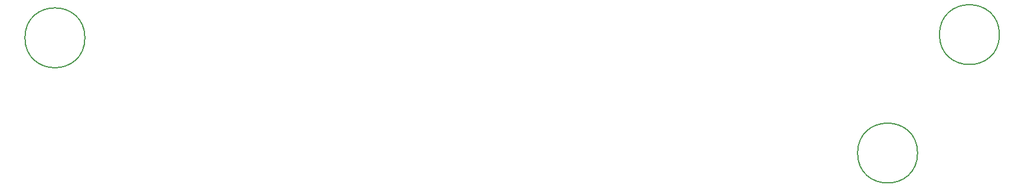
<source format=gbr>
G04 #@! TF.GenerationSoftware,KiCad,Pcbnew,5.0.2+dfsg1-1*
G04 #@! TF.CreationDate,2021-01-13T15:08:11+01:00*
G04 #@! TF.ProjectId,ErgoDOX,4572676f-444f-4582-9e6b-696361645f70,rev?*
G04 #@! TF.SameCoordinates,Original*
G04 #@! TF.FileFunction,Other,Comment*
%FSLAX46Y46*%
G04 Gerber Fmt 4.6, Leading zero omitted, Abs format (unit mm)*
G04 Created by KiCad (PCBNEW 5.0.2+dfsg1-1) date Wed 13 Jan 2021 03:08:11 PM CET*
%MOMM*%
%LPD*%
G01*
G04 APERTURE LIST*
%ADD10C,0.150000*%
G04 APERTURE END LIST*
D10*
G04 #@! TO.C,H4*
X73032400Y-38455600D02*
G75*
G03X73032400Y-38455600I-4300000J0D01*
G01*
G04 #@! TO.C,H2*
X192412400Y-55016400D02*
G75*
G03X192412400Y-55016400I-4300000J0D01*
G01*
G04 #@! TO.C,H1*
X204147200Y-37998400D02*
G75*
G03X204147200Y-37998400I-4300000J0D01*
G01*
G04 #@! TD*
M02*

</source>
